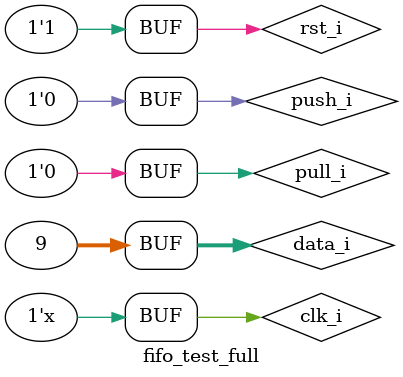
<source format=v>
`timescale 1ns / 1ps


module fifo_test_full;

	// Inputs
	reg clk_i;
	reg rst_i;
	reg [31:0] data_i;
	reg push_i;
	reg pull_i;

	// Outputs
	wire [31:0] data_o;
	wire full_o;
	wire empty_o;

	// Instantiate the Unit Under Test (UUT)
	fifo1 uut (
		.clk_i(clk_i), 
		.rst_i(rst_i), 
		.data_i(data_i), 
		.push_i(push_i), 
		.pull_i(pull_i), 
		.data_o(data_o), 
		.full_o(full_o), 
		.empty_o(empty_o)
	);

	initial begin
		// Initialize Inputs
		clk_i = 0;
		rst_i = 0;
		data_i = 3;
		push_i = 0;
		pull_i = 0;

		#10;
		rst_i = 1;

		// Wait 100 ns for global reset to finish
		#20;
		push_i = 1;
		
		#10;
		push_i = 0;
		
		#20;
		pull_i = 1;
		
		#10;
		pull_i = 0;
		
		#20;
		pull_i = 1;
		
		#10;
		pull_i = 0;
		
		#100;
		data_i = 5;
		push_i = 1;
		
		#10;
		push_i = 0;
		data_i = 9;
		#20;
		push_i = 1;
		
		#10;
		push_i = 0;
		
	end
      
		always #5 clk_i = ~clk_i;
		
endmodule


</source>
